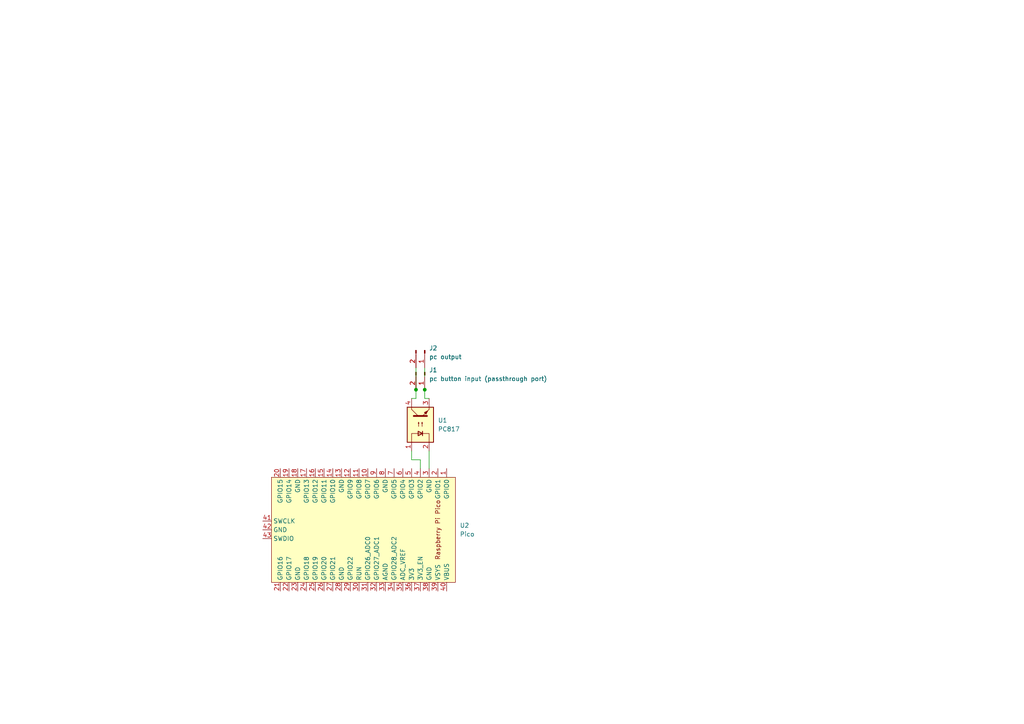
<source format=kicad_sch>
(kicad_sch (version 20231120) (generator "eeschema") (generator_version "8.0")
  (paper "A4")
  (lib_symbols
    (symbol "Connector:Conn_01x02_Pin" (pin_names (offset 1.016) hide)
      (property "Reference" "J" (at 0 2.54 0))
      (property "Value" "Conn_01x02_Pin" (at 0 -5.08 0))
      (symbol "Conn_01x02_Pin_1_1"
        (polyline (pts (xy 1.27 -2.54) (xy 0.8636 -2.54)) (stroke (width 0.1524)))
        (polyline (pts (xy 1.27 0) (xy 0.8636 0)) (stroke (width 0.1524)))
        (rectangle (start 0.8636 -2.413) (end 0 -2.667) (stroke (width 0.1524)) (fill (type outline)))
        (rectangle (start 0.8636 0.127) (end 0 -0.127) (stroke (width 0.1524)) (fill (type outline)))
        (pin passive line (at 5.08 0 180) (length 3.81) (name "Pin_1") (number "1"))
        (pin passive line (at 5.08 -2.54 180) (length 3.81) (name "Pin_2") (number "2"))
      )
    )
    (symbol "Isolator:PC817" (pin_names (offset 1.016))
      (property "Reference" "U" (at -5.08 5.08 0))
      (property "Value" "PC817" (at 0 5.08 0))
      (symbol "PC817_0_1"
        (rectangle (start -5.08 3.81) (end 5.08 -3.81) (stroke (width 0.254)) (fill (type background)))
        (polyline (pts (xy -3.175 -0.635) (xy -1.905 -0.635)) (stroke (width 0.254)))
        (polyline (pts (xy 2.54 0.635) (xy 4.445 2.54)))
        (polyline (pts (xy 4.445 -2.54) (xy 2.54 -0.635)) (fill (type outline)))
        (polyline (pts (xy 4.445 -2.54) (xy 5.08 -2.54)))
        (polyline (pts (xy 4.445 2.54) (xy 5.08 2.54)))
        (polyline (pts (xy -5.08 2.54) (xy -2.54 2.54) (xy -2.54 -0.635)))
        (polyline (pts (xy -2.54 -0.635) (xy -2.54 -2.54) (xy -5.08 -2.54)))
        (polyline (pts (xy 2.54 1.905) (xy 2.54 -1.905) (xy 2.54 -1.905)) (stroke (width 0.508)))
        (polyline (pts (xy -2.54 -0.635) (xy -3.175 0.635) (xy -1.905 0.635) (xy -2.54 -0.635)) (stroke (width 0.254)))
        (polyline (pts (xy -0.508 -0.508) (xy 0.762 -0.508) (xy 0.381 -0.635) (xy 0.381 -0.381) (xy 0.762 -0.508)))
        (polyline (pts (xy -0.508 0.508) (xy 0.762 0.508) (xy 0.381 0.381) (xy 0.381 0.635) (xy 0.762 0.508)))
        (polyline (pts (xy 3.048 -1.651) (xy 3.556 -1.143) (xy 4.064 -2.159) (xy 3.048 -1.651) (xy 3.048 -1.651)) (fill (type outline)))
      )
      (symbol "PC817_1_1"
        (pin passive line (at -7.62 2.54 0) (length 2.54) (name "~") (number "1"))
        (pin passive line (at -7.62 -2.54 0) (length 2.54) (name "~") (number "2"))
        (pin passive line (at 7.62 -2.54 180) (length 2.54) (name "~") (number "3"))
        (pin passive line (at 7.62 2.54 180) (length 2.54) (name "~") (number "4"))
      )
    )
    (symbol "MCU_RaspberryPi_and_Boards:Pico"
      (property "Reference" "U" (at -13.97 27.94 0))
      (property "Value" "Pico" (at 0 19.05 0))
      (symbol "Pico_0_0"
        (text "Raspberry Pi Pico" (at 0 21.59 0) (effects (font (size 1.27 1.27))))
      )
      (symbol "Pico_0_1"
        (rectangle (start -15.24 26.67) (end 15.24 -26.67) (fill (type background)))
      )
      (symbol "Pico_1_1"
        (pin bidirectional line (at -17.78 24.13 0) (length 2.54) (name "GPIO0") (number "1"))
        (pin bidirectional line (at -17.78 1.27 0) (length 2.54) (name "GPIO7") (number "10"))
        (pin bidirectional line (at -17.78 -1.27 0) (length 2.54) (name "GPIO8") (number "11"))
        (pin bidirectional line (at -17.78 -3.81 0) (length 2.54) (name "GPIO9") (number "12"))
        (pin power_in line (at -17.78 -6.35 0) (length 2.54) (name "GND") (number "13"))
        (pin bidirectional line (at -17.78 -8.89 0) (length 2.54) (name "GPIO10") (number "14"))
        (pin bidirectional line (at -17.78 -11.43 0) (length 2.54) (name "GPIO11") (number "15"))
        (pin bidirectional line (at -17.78 -13.97 0) (length 2.54) (name "GPIO12") (number "16"))
        (pin bidirectional line (at -17.78 -16.51 0) (length 2.54) (name "GPIO13") (number "17"))
        (pin power_in line (at -17.78 -19.05 0) (length 2.54) (name "GND") (number "18"))
        (pin bidirectional line (at -17.78 -21.59 0) (length 2.54) (name "GPIO14") (number "19"))
        (pin bidirectional line (at -17.78 21.59 0) (length 2.54) (name "GPIO1") (number "2"))
        (pin bidirectional line (at -17.78 -24.13 0) (length 2.54) (name "GPIO15") (number "20"))
        (pin bidirectional line (at 17.78 -24.13 180) (length 2.54) (name "GPIO16") (number "21"))
        (pin bidirectional line (at 17.78 -21.59 180) (length 2.54) (name "GPIO17") (number "22"))
        (pin power_in line (at 17.78 -19.05 180) (length 2.54) (name "GND") (number "23"))
        (pin bidirectional line (at 17.78 -16.51 180) (length 2.54) (name "GPIO18") (number "24"))
        (pin bidirectional line (at 17.78 -13.97 180) (length 2.54) (name "GPIO19") (number "25"))
        (pin bidirectional line (at 17.78 -11.43 180) (length 2.54) (name "GPIO20") (number "26"))
        (pin bidirectional line (at 17.78 -8.89 180) (length 2.54) (name "GPIO21") (number "27"))
        (pin power_in line (at 17.78 -6.35 180) (length 2.54) (name "GND") (number "28"))
        (pin bidirectional line (at 17.78 -3.81 180) (length 2.54) (name "GPIO22") (number "29"))
        (pin power_in line (at -17.78 19.05 0) (length 2.54) (name "GND") (number "3"))
        (pin input line (at 17.78 -1.27 180) (length 2.54) (name "RUN") (number "30"))
        (pin bidirectional line (at 17.78 1.27 180) (length 2.54) (name "GPIO26_ADC0") (number "31"))
        (pin bidirectional line (at 17.78 3.81 180) (length 2.54) (name "GPIO27_ADC1") (number "32"))
        (pin power_in line (at 17.78 6.35 180) (length 2.54) (name "AGND") (number "33"))
        (pin bidirectional line (at 17.78 8.89 180) (length 2.54) (name "GPIO28_ADC2") (number "34"))
        (pin power_in line (at 17.78 11.43 180) (length 2.54) (name "ADC_VREF") (number "35"))
        (pin power_in line (at 17.78 13.97 180) (length 2.54) (name "3V3") (number "36"))
        (pin input line (at 17.78 16.51 180) (length 2.54) (name "3V3_EN") (number "37"))
        (pin bidirectional line (at 17.78 19.05 180) (length 2.54) (name "GND") (number "38"))
        (pin power_in line (at 17.78 21.59 180) (length 2.54) (name "VSYS") (number "39"))
        (pin bidirectional line (at -17.78 16.51 0) (length 2.54) (name "GPIO2") (number "4"))
        (pin power_in line (at 17.78 24.13 180) (length 2.54) (name "VBUS") (number "40"))
        (pin input line (at -2.54 -29.21 90) (length 2.54) (name "SWCLK") (number "41"))
        (pin power_in line (at 0 -29.21 90) (length 2.54) (name "GND") (number "42"))
        (pin bidirectional line (at 2.54 -29.21 90) (length 2.54) (name "SWDIO") (number "43"))
        (pin bidirectional line (at -17.78 13.97 0) (length 2.54) (name "GPIO3") (number "5"))
        (pin bidirectional line (at -17.78 11.43 0) (length 2.54) (name "GPIO4") (number "6"))
        (pin bidirectional line (at -17.78 8.89 0) (length 2.54) (name "GPIO5") (number "7"))
        (pin power_in line (at -17.78 6.35 0) (length 2.54) (name "GND") (number "8"))
        (pin bidirectional line (at -17.78 3.81 0) (length 2.54) (name "GPIO6") (number "9"))
      )
    )
  )
  (junction (at 123.19 113.03))
  (junction (at 120.65 113.03))
  (wire (pts (xy 123.19 106.68) (xy 123.19 113.03)))
  (wire (pts (xy 119.38 133.35) (xy 119.38 130.81)))
  (wire (pts (xy 124.46 130.81) (xy 124.46 135.89)))
  (wire (pts (xy 123.19 115.57) (xy 124.46 115.57)))
  (wire (pts (xy 121.92 133.35) (xy 119.38 133.35)))
  (wire (pts (xy 120.65 106.68) (xy 120.65 113.03)))
  (wire (pts (xy 121.92 135.89) (xy 121.92 133.35)))
  (wire (pts (xy 120.65 113.03) (xy 120.65 115.57)))
  (wire (pts (xy 119.38 115.57) (xy 120.65 115.57)))
  (wire (pts (xy 123.19 113.03) (xy 123.19 115.57)))
  (symbol (lib_id "Connector:Conn_01x02_Pin") (at 123.19 101.6 270) (unit 1)
    (property "Reference" "J2" (at 124.46 100.9649 90) (effects (justify left)))
    (property "Value" "pc output" (at 124.46 103.5049 90) (effects (justify left)))
    (property "Footprint" "Connector_PinHeader_2.54mm:PinHeader_1x02_P2.54mm_Vertical" (effects (hide yes)))
    (property "Description" "Generic connector, single row, 01x02, script generated" (effects (hide yes)))
  )
  (symbol (lib_id "Isolator:PC817") (at 121.92 123.19 90) (unit 1)
    (property "Reference" "U1" (at 127 121.9199 90) (effects (justify right)))
    (property "Value" "PC817" (at 127 124.4599 90) (effects (justify right)))
    (property "Footprint" "Package_DIP:DIP-4_W7.62mm" (effects (hide yes)))
    (property "Datasheet" "http://www.soselectronic.cz/a_info/resource/d/pc817.pdf" (effects (hide yes)))
    (property "Description" "DC Optocoupler, Vce 35V, CTR 50-300%, DIP-4" (effects (hide yes)))
  )
  (symbol (lib_id "Connector:Conn_01x02_Pin") (at 123.19 107.95 270) (unit 1)
    (property "Reference" "J1" (at 124.46 107.3149 90) (effects (justify left)))
    (property "Value" "pc button input (passthrough port)" (at 124.46 109.8549 90) (effects (justify left)))
    (property "Footprint" "Connector_PinHeader_2.54mm:PinHeader_1x02_P2.54mm_Vertical" (effects (hide yes)))
    (property "Description" "Generic connector, single row, 01x02, script generated" (effects (hide yes)))
  )
  (symbol (lib_id "MCU_RaspberryPi_and_Boards:Pico") (at 105.41 153.67 270) (unit 1)
    (property "Reference" "U2" (at 133.35 152.3999 90) (effects (justify left)))
    (property "Value" "Pico" (at 133.35 154.9399 90) (effects (justify left)))
    (property "Footprint" "MCU_RaspberryPi_and_Boards:RPi_Pico_SMD_TH" (effects (hide yes)))
  )
)
</source>
